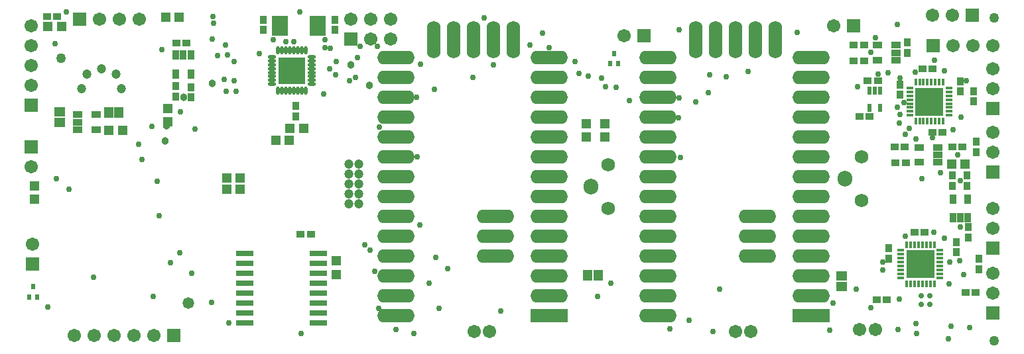
<source format=gbs>
G04*
G04 #@! TF.GenerationSoftware,Altium Limited,Altium Designer,21.6.4 (81)*
G04*
G04 Layer_Color=16711935*
%FSLAX25Y25*%
%MOIN*%
G70*
G04*
G04 #@! TF.SameCoordinates,DF6BEBB8-A918-4F7C-B8FD-E409C10D3AD1*
G04*
G04*
G04 #@! TF.FilePolarity,Negative*
G04*
G01*
G75*
%ADD36R,0.04737X0.05131*%
%ADD37C,0.05000*%
%ADD44R,0.05131X0.04737*%
%ADD45R,0.04343X0.03556*%
%ADD46R,0.05131X0.03359*%
%ADD47R,0.03556X0.04343*%
%ADD51R,0.03359X0.05131*%
%ADD52C,0.06706*%
%ADD53R,0.06706X0.06706*%
%ADD54R,0.06706X0.06706*%
%ADD55C,0.04737*%
%ADD56O,0.07493X0.07887*%
%ADD57C,0.06902*%
%ADD58C,0.03000*%
%ADD59C,0.05800*%
%ADD60C,0.03800*%
%ADD61C,0.02769*%
%ADD107R,0.02375X0.02808*%
%ADD108R,0.08595X0.02887*%
%ADD109R,0.08280X0.10249*%
%ADD110O,0.01784X0.04343*%
%ADD111O,0.04343X0.01784*%
%ADD112R,0.13792X0.13792*%
%ADD113R,0.14186X0.14186*%
%ADD114O,0.01587X0.03556*%
%ADD115O,0.03556X0.01587*%
%ADD116R,0.02375X0.04343*%
%ADD117R,0.05800X0.04800*%
%ADD118R,0.04800X0.05800*%
%ADD119O,0.18800X0.06800*%
%ADD120O,0.06800X0.18800*%
%ADD121R,0.18800X0.06800*%
D36*
X81600Y30854D02*
D03*
Y37546D02*
D03*
X-3237Y107653D02*
D03*
Y114347D02*
D03*
X-70200Y68554D02*
D03*
Y75247D02*
D03*
X216700Y106846D02*
D03*
Y100154D02*
D03*
X207200Y106846D02*
D03*
Y100154D02*
D03*
D37*
X-56734Y139637D02*
D03*
X412100Y160000D02*
D03*
Y-2562D02*
D03*
D44*
X-63247Y155700D02*
D03*
X-56554D02*
D03*
X2547Y160300D02*
D03*
X-4146D02*
D03*
X65109Y104500D02*
D03*
X58416D02*
D03*
X58046Y98500D02*
D03*
X51354D02*
D03*
X26616Y79200D02*
D03*
X33309D02*
D03*
X33310Y73700D02*
D03*
X26617D02*
D03*
X-32583Y103500D02*
D03*
X-25891D02*
D03*
X397547Y86500D02*
D03*
X390854D02*
D03*
D45*
X68759Y50900D02*
D03*
X63641D02*
D03*
X-63759Y160700D02*
D03*
X-58641D02*
D03*
X6259Y147500D02*
D03*
X1141D02*
D03*
X386259Y102500D02*
D03*
X381141D02*
D03*
X344504Y110200D02*
D03*
X349622D02*
D03*
X353759Y128500D02*
D03*
X348641D02*
D03*
X396259Y95000D02*
D03*
X391141D02*
D03*
X362141D02*
D03*
X367259D02*
D03*
X362641Y87000D02*
D03*
X367759D02*
D03*
X341641Y146500D02*
D03*
X346759D02*
D03*
X341641Y138500D02*
D03*
X346759D02*
D03*
X353204Y18000D02*
D03*
X358322D02*
D03*
X372141Y52000D02*
D03*
X377259D02*
D03*
X397904Y21600D02*
D03*
X403022D02*
D03*
X376141Y134500D02*
D03*
X381259D02*
D03*
D46*
X-39076Y103760D02*
D03*
Y111240D02*
D03*
X-48524D02*
D03*
Y107500D02*
D03*
Y103760D02*
D03*
X374476Y94740D02*
D03*
Y87260D02*
D03*
X383924D02*
D03*
Y91000D02*
D03*
Y94740D02*
D03*
X353476Y146240D02*
D03*
Y138760D02*
D03*
X362924D02*
D03*
Y142500D02*
D03*
Y146240D02*
D03*
D47*
X80763Y153941D02*
D03*
Y159059D02*
D03*
X44759Y153941D02*
D03*
Y159059D02*
D03*
X61200Y110441D02*
D03*
Y115559D02*
D03*
X763Y120441D02*
D03*
Y125559D02*
D03*
X8700Y125059D02*
D03*
Y119941D02*
D03*
X395200Y128059D02*
D03*
Y122941D02*
D03*
X365063Y126459D02*
D03*
Y121341D02*
D03*
X403200Y97559D02*
D03*
Y92441D02*
D03*
X391200Y80559D02*
D03*
Y75441D02*
D03*
X398700Y80559D02*
D03*
Y75441D02*
D03*
X399200Y49500D02*
D03*
Y54618D02*
D03*
X368700Y142441D02*
D03*
Y147559D02*
D03*
X393163Y47059D02*
D03*
Y41941D02*
D03*
X359363Y43959D02*
D03*
Y38841D02*
D03*
X404463Y33441D02*
D03*
Y38559D02*
D03*
X401963Y117941D02*
D03*
Y123059D02*
D03*
D51*
X960Y131776D02*
D03*
X8440D02*
D03*
Y141224D02*
D03*
X4700D02*
D03*
X960D02*
D03*
X398940Y68724D02*
D03*
X391460D02*
D03*
Y59276D02*
D03*
X395200D02*
D03*
X398940D02*
D03*
D52*
X-50000Y100D02*
D03*
X-40000D02*
D03*
X-30000D02*
D03*
X-20000D02*
D03*
X-10000D02*
D03*
X-71000Y45900D02*
D03*
X-71800Y126000D02*
D03*
Y136000D02*
D03*
Y146000D02*
D03*
Y156000D02*
D03*
X108763Y159500D02*
D03*
Y149500D02*
D03*
X98763Y159500D02*
D03*
Y149500D02*
D03*
X88763Y159500D02*
D03*
X-71737Y85000D02*
D03*
X-37300Y159500D02*
D03*
X-27300D02*
D03*
X-17300D02*
D03*
X381200Y161500D02*
D03*
X391200D02*
D03*
X282263Y2000D02*
D03*
X290074D02*
D03*
X352500Y2900D02*
D03*
X344689D02*
D03*
X411700Y64000D02*
D03*
Y54000D02*
D03*
Y31500D02*
D03*
Y21500D02*
D03*
X391700Y146000D02*
D03*
X401700D02*
D03*
X411700D02*
D03*
X150763Y2000D02*
D03*
X158574D02*
D03*
X411700Y134500D02*
D03*
Y124500D02*
D03*
Y102500D02*
D03*
Y92500D02*
D03*
X331700Y156000D02*
D03*
X226263Y151000D02*
D03*
D53*
X0Y100D02*
D03*
X88763Y149500D02*
D03*
X-47300Y159500D02*
D03*
X401200Y161500D02*
D03*
X381700Y146000D02*
D03*
X341700Y156000D02*
D03*
X236263Y151000D02*
D03*
D54*
X-71000Y35900D02*
D03*
X-71800Y116000D02*
D03*
X-71737Y95000D02*
D03*
X411700Y44000D02*
D03*
Y11500D02*
D03*
Y114500D02*
D03*
Y82500D02*
D03*
D55*
X87963Y86400D02*
D03*
Y81400D02*
D03*
Y76400D02*
D03*
Y71400D02*
D03*
Y66400D02*
D03*
X92963D02*
D03*
Y71400D02*
D03*
Y76400D02*
D03*
Y81400D02*
D03*
Y86400D02*
D03*
X-26300Y124500D02*
D03*
X-36300Y134500D02*
D03*
X-46300Y124500D02*
D03*
X-29056Y131587D02*
D03*
X-43623D02*
D03*
D56*
X337220Y78882D02*
D03*
X209720Y74882D02*
D03*
D57*
X345684Y67858D02*
D03*
Y89906D02*
D03*
X218184Y63858D02*
D03*
Y85905D02*
D03*
D58*
X389500Y26100D02*
D03*
X-63300Y14400D02*
D03*
X-40500Y29500D02*
D03*
X18900Y16600D02*
D03*
X63800Y1100D02*
D03*
X120563D02*
D03*
X123600Y55700D02*
D03*
X-7400Y60300D02*
D03*
X-8400Y77700D02*
D03*
X-16144Y88556D02*
D03*
X-11100Y105350D02*
D03*
X-59100Y79000D02*
D03*
X-52600Y73700D02*
D03*
X-10500Y19700D02*
D03*
X-1900Y36700D02*
D03*
X-17700Y96500D02*
D03*
X-54237Y163000D02*
D03*
X8963Y31300D02*
D03*
X91200Y130063D02*
D03*
X81563Y138000D02*
D03*
X102250Y145713D02*
D03*
X27500Y6300D02*
D03*
X3000Y41600D02*
D03*
X128363Y26400D02*
D03*
X185100Y152300D02*
D03*
X390500Y4800D02*
D03*
X389263Y-1600D02*
D03*
X19700Y160800D02*
D03*
X75863Y149100D02*
D03*
X331300Y16200D02*
D03*
X356163Y37000D02*
D03*
Y33100D02*
D03*
X274263Y23300D02*
D03*
X376000Y78900D02*
D03*
X95900Y45600D02*
D03*
X101000Y32500D02*
D03*
X98500Y43000D02*
D03*
X137700Y33600D02*
D03*
X133363Y13700D02*
D03*
X350163Y142600D02*
D03*
X111700Y2863D02*
D03*
X212963Y19800D02*
D03*
X350163Y14000D02*
D03*
X381363Y99700D02*
D03*
X342800Y23400D02*
D03*
X385163Y82100D02*
D03*
X358963Y132400D02*
D03*
X387263Y49000D02*
D03*
X393963Y90900D02*
D03*
X131663Y39400D02*
D03*
X102948Y13800D02*
D03*
X219713Y26500D02*
D03*
X288563Y133100D02*
D03*
X253863Y154000D02*
D03*
X313263Y152600D02*
D03*
X269163Y131500D02*
D03*
X160663Y136400D02*
D03*
X155963Y160100D02*
D03*
X178863Y146200D02*
D03*
X201663Y137900D02*
D03*
X208163Y130700D02*
D03*
X164263Y12200D02*
D03*
X203563Y132100D02*
D03*
X216863Y125500D02*
D03*
X214863Y129600D02*
D03*
X222263Y125000D02*
D03*
X228963Y118400D02*
D03*
X367463Y101500D02*
D03*
X188563Y145100D02*
D03*
X130963Y123900D02*
D03*
X150163Y130000D02*
D03*
X124063Y136700D02*
D03*
X122163Y89900D02*
D03*
X121763Y120100D02*
D03*
X365063Y111500D02*
D03*
X364563Y107100D02*
D03*
X372763Y99000D02*
D03*
X369663Y104400D02*
D03*
X363463Y115100D02*
D03*
X366763Y117500D02*
D03*
X262363Y117700D02*
D03*
X253563Y109800D02*
D03*
X395263Y77900D02*
D03*
X343663Y125500D02*
D03*
X352563Y150000D02*
D03*
X354063Y131700D02*
D03*
X364963Y129700D02*
D03*
X372563Y132800D02*
D03*
X382163Y138700D02*
D03*
X391563Y103600D02*
D03*
X395663Y109900D02*
D03*
X398263Y128200D02*
D03*
X387263Y133300D02*
D03*
X270863Y1900D02*
D03*
X258863Y7800D02*
D03*
X249163Y3400D02*
D03*
X253863Y119700D02*
D03*
X277463Y130400D02*
D03*
X268463Y122500D02*
D03*
X329563Y2800D02*
D03*
X389916Y36900D02*
D03*
X394763Y37600D02*
D03*
X397046Y30800D02*
D03*
X373163Y1000D02*
D03*
X373063Y6100D02*
D03*
X399963Y4100D02*
D03*
X364663Y18400D02*
D03*
X363763Y3100D02*
D03*
X395263Y54800D02*
D03*
X381963Y52000D02*
D03*
X254563Y89700D02*
D03*
X367563Y50100D02*
D03*
X30263Y138000D02*
D03*
X26763Y141500D02*
D03*
X19263Y149374D02*
D03*
X25763Y146500D02*
D03*
X81263Y131500D02*
D03*
X26200Y123063D02*
D03*
X31200D02*
D03*
X21763Y141000D02*
D03*
X30263Y128500D02*
D03*
X25263Y129000D02*
D03*
X19763Y157500D02*
D03*
X363700Y156563D02*
D03*
X60200Y148063D02*
D03*
X-59800Y147063D02*
D03*
X63200Y163063D02*
D03*
X103200Y105063D02*
D03*
X92200Y140063D02*
D03*
X93700Y145563D02*
D03*
X10700Y104063D02*
D03*
X3200Y112563D02*
D03*
X78563Y144523D02*
D03*
X-6237Y144000D02*
D03*
X42763Y142000D02*
D03*
X56263Y148000D02*
D03*
X49763Y149000D02*
D03*
X75763Y145000D02*
D03*
X78263Y134500D02*
D03*
X88263Y128500D02*
D03*
X75263Y121600D02*
D03*
D59*
X7100Y16400D02*
D03*
D60*
X98263Y126000D02*
D03*
X88763Y136500D02*
D03*
X-4400Y97900D02*
D03*
X-3737Y105750D02*
D03*
X19263Y127000D02*
D03*
X4763Y120000D02*
D03*
D61*
X379865Y15835D02*
D03*
X375535D02*
D03*
X379865Y20165D02*
D03*
X375535D02*
D03*
D107*
X-70800Y24559D02*
D03*
X-72768Y19441D02*
D03*
X-68831D02*
D03*
X223232Y136941D02*
D03*
X219295D02*
D03*
X221263Y142059D02*
D03*
D108*
X72500Y41500D02*
D03*
Y36500D02*
D03*
Y31500D02*
D03*
Y26500D02*
D03*
Y21500D02*
D03*
Y16500D02*
D03*
Y11500D02*
D03*
Y6500D02*
D03*
X35610Y41500D02*
D03*
Y36500D02*
D03*
Y31500D02*
D03*
Y26500D02*
D03*
Y21500D02*
D03*
Y16500D02*
D03*
Y11500D02*
D03*
Y6500D02*
D03*
D109*
X53117Y156000D02*
D03*
X72409D02*
D03*
D110*
X52310Y143539D02*
D03*
X54279D02*
D03*
X56247D02*
D03*
X58216D02*
D03*
X60184D02*
D03*
X62153D02*
D03*
X64121D02*
D03*
X66090D02*
D03*
Y123461D02*
D03*
X64121D02*
D03*
X62153D02*
D03*
X60184D02*
D03*
X58216D02*
D03*
X56247D02*
D03*
X54279D02*
D03*
X52310D02*
D03*
D111*
X69239Y140390D02*
D03*
Y138421D02*
D03*
Y136453D02*
D03*
Y134484D02*
D03*
Y132516D02*
D03*
Y130547D02*
D03*
Y128579D02*
D03*
Y126610D02*
D03*
X49161D02*
D03*
Y128579D02*
D03*
Y130547D02*
D03*
Y132516D02*
D03*
Y134484D02*
D03*
Y136453D02*
D03*
Y138421D02*
D03*
Y140390D02*
D03*
D112*
X59200Y133500D02*
D03*
D113*
X379700Y117827D02*
D03*
X375200Y36000D02*
D03*
D114*
X372810Y127669D02*
D03*
X374779D02*
D03*
X376747D02*
D03*
X378716D02*
D03*
X380684D02*
D03*
X382653D02*
D03*
X384621D02*
D03*
X386590D02*
D03*
Y107984D02*
D03*
X384621D02*
D03*
X382653D02*
D03*
X380684D02*
D03*
X378716D02*
D03*
X376747D02*
D03*
X374779D02*
D03*
X372810D02*
D03*
X368310Y45842D02*
D03*
X370279D02*
D03*
X372247D02*
D03*
X374216D02*
D03*
X376184D02*
D03*
X378153D02*
D03*
X380121D02*
D03*
X382090D02*
D03*
Y26158D02*
D03*
X380121D02*
D03*
X378153D02*
D03*
X376184D02*
D03*
X374216D02*
D03*
X372247D02*
D03*
X370279D02*
D03*
X368310D02*
D03*
D115*
X389543Y124716D02*
D03*
Y122748D02*
D03*
Y120780D02*
D03*
Y118811D02*
D03*
Y116842D02*
D03*
Y114874D02*
D03*
Y112906D02*
D03*
Y110937D02*
D03*
X369858D02*
D03*
Y112906D02*
D03*
Y114874D02*
D03*
Y116842D02*
D03*
Y118811D02*
D03*
Y120780D02*
D03*
Y122748D02*
D03*
Y124716D02*
D03*
X385043Y42890D02*
D03*
Y40921D02*
D03*
Y38953D02*
D03*
Y36984D02*
D03*
Y35016D02*
D03*
Y33047D02*
D03*
Y31079D02*
D03*
Y29110D02*
D03*
X365357D02*
D03*
Y31079D02*
D03*
Y33047D02*
D03*
Y35016D02*
D03*
Y36984D02*
D03*
Y38953D02*
D03*
Y40921D02*
D03*
Y42890D02*
D03*
D116*
X349641Y114669D02*
D03*
X354759D02*
D03*
Y123331D02*
D03*
X352200D02*
D03*
X349641D02*
D03*
D117*
X-57300Y107350D02*
D03*
Y112650D02*
D03*
X335563Y24750D02*
D03*
Y30050D02*
D03*
D118*
X-27587Y112500D02*
D03*
X-32887D02*
D03*
X213213Y30200D02*
D03*
X207913D02*
D03*
D119*
X111700Y10000D02*
D03*
Y20000D02*
D03*
Y30000D02*
D03*
Y40000D02*
D03*
Y50000D02*
D03*
Y60000D02*
D03*
Y70000D02*
D03*
Y80000D02*
D03*
Y90000D02*
D03*
X161700Y60000D02*
D03*
Y50000D02*
D03*
Y40000D02*
D03*
X188700Y80000D02*
D03*
Y90000D02*
D03*
Y100000D02*
D03*
Y110000D02*
D03*
Y120000D02*
D03*
Y130000D02*
D03*
Y140000D02*
D03*
X111700D02*
D03*
Y130000D02*
D03*
Y120000D02*
D03*
Y110000D02*
D03*
Y100000D02*
D03*
X188700Y70000D02*
D03*
Y60000D02*
D03*
Y50000D02*
D03*
Y40000D02*
D03*
Y30000D02*
D03*
Y20000D02*
D03*
X243200Y10000D02*
D03*
Y20000D02*
D03*
Y30000D02*
D03*
Y40000D02*
D03*
Y50000D02*
D03*
Y60000D02*
D03*
Y70000D02*
D03*
Y80000D02*
D03*
Y90000D02*
D03*
X293200Y60000D02*
D03*
Y50000D02*
D03*
Y40000D02*
D03*
X320200Y80000D02*
D03*
Y90000D02*
D03*
Y100000D02*
D03*
Y110000D02*
D03*
Y120000D02*
D03*
Y130000D02*
D03*
Y140000D02*
D03*
X243200D02*
D03*
Y130000D02*
D03*
Y120000D02*
D03*
Y110000D02*
D03*
Y100000D02*
D03*
X320200Y70000D02*
D03*
Y60000D02*
D03*
Y50000D02*
D03*
Y40000D02*
D03*
Y30000D02*
D03*
Y20000D02*
D03*
D120*
X160700Y149000D02*
D03*
X170700D02*
D03*
X150700D02*
D03*
X140700D02*
D03*
X130700D02*
D03*
X292200D02*
D03*
X302200D02*
D03*
X282200D02*
D03*
X272200D02*
D03*
X262200D02*
D03*
D121*
X188700Y10000D02*
D03*
X320200D02*
D03*
M02*

</source>
